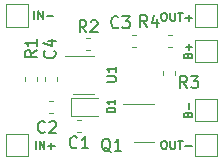
<source format=gbr>
%TF.GenerationSoftware,KiCad,Pcbnew,(5.1.6)-1*%
%TF.CreationDate,2020-09-04T02:35:42-05:00*%
%TF.ProjectId,cargadorDeBateriasLitIon,63617267-6164-46f7-9244-654261746572,rev?*%
%TF.SameCoordinates,Original*%
%TF.FileFunction,Legend,Top*%
%TF.FilePolarity,Positive*%
%FSLAX46Y46*%
G04 Gerber Fmt 4.6, Leading zero omitted, Abs format (unit mm)*
G04 Created by KiCad (PCBNEW (5.1.6)-1) date 2020-09-04 02:35:42*
%MOMM*%
%LPD*%
G01*
G04 APERTURE LIST*
%ADD10C,0.150000*%
%ADD11C,0.120000*%
G04 APERTURE END LIST*
D10*
X141950000Y-103326666D02*
X141950000Y-102626666D01*
X142283333Y-103326666D02*
X142283333Y-102626666D01*
X142683333Y-103326666D01*
X142683333Y-102626666D01*
X143016666Y-103060000D02*
X143550000Y-103060000D01*
X142060000Y-114346666D02*
X142060000Y-113646666D01*
X142393333Y-114346666D02*
X142393333Y-113646666D01*
X142793333Y-114346666D01*
X142793333Y-113646666D01*
X143126666Y-114080000D02*
X143660000Y-114080000D01*
X143393333Y-114346666D02*
X143393333Y-113813333D01*
X152866666Y-113616666D02*
X153000000Y-113616666D01*
X153066666Y-113650000D01*
X153133333Y-113716666D01*
X153166666Y-113850000D01*
X153166666Y-114083333D01*
X153133333Y-114216666D01*
X153066666Y-114283333D01*
X153000000Y-114316666D01*
X152866666Y-114316666D01*
X152800000Y-114283333D01*
X152733333Y-114216666D01*
X152700000Y-114083333D01*
X152700000Y-113850000D01*
X152733333Y-113716666D01*
X152800000Y-113650000D01*
X152866666Y-113616666D01*
X153466666Y-113616666D02*
X153466666Y-114183333D01*
X153500000Y-114250000D01*
X153533333Y-114283333D01*
X153600000Y-114316666D01*
X153733333Y-114316666D01*
X153800000Y-114283333D01*
X153833333Y-114250000D01*
X153866666Y-114183333D01*
X153866666Y-113616666D01*
X154100000Y-113616666D02*
X154500000Y-113616666D01*
X154300000Y-114316666D02*
X154300000Y-113616666D01*
X154733333Y-114050000D02*
X155266666Y-114050000D01*
X154950000Y-111413333D02*
X154983333Y-111313333D01*
X155016666Y-111280000D01*
X155083333Y-111246666D01*
X155183333Y-111246666D01*
X155250000Y-111280000D01*
X155283333Y-111313333D01*
X155316666Y-111380000D01*
X155316666Y-111646666D01*
X154616666Y-111646666D01*
X154616666Y-111413333D01*
X154650000Y-111346666D01*
X154683333Y-111313333D01*
X154750000Y-111280000D01*
X154816666Y-111280000D01*
X154883333Y-111313333D01*
X154916666Y-111346666D01*
X154950000Y-111413333D01*
X154950000Y-111646666D01*
X155050000Y-110946666D02*
X155050000Y-110413333D01*
X152866666Y-102766666D02*
X153000000Y-102766666D01*
X153066666Y-102800000D01*
X153133333Y-102866666D01*
X153166666Y-103000000D01*
X153166666Y-103233333D01*
X153133333Y-103366666D01*
X153066666Y-103433333D01*
X153000000Y-103466666D01*
X152866666Y-103466666D01*
X152800000Y-103433333D01*
X152733333Y-103366666D01*
X152700000Y-103233333D01*
X152700000Y-103000000D01*
X152733333Y-102866666D01*
X152800000Y-102800000D01*
X152866666Y-102766666D01*
X153466666Y-102766666D02*
X153466666Y-103333333D01*
X153500000Y-103400000D01*
X153533333Y-103433333D01*
X153600000Y-103466666D01*
X153733333Y-103466666D01*
X153800000Y-103433333D01*
X153833333Y-103400000D01*
X153866666Y-103333333D01*
X153866666Y-102766666D01*
X154100000Y-102766666D02*
X154500000Y-102766666D01*
X154300000Y-103466666D02*
X154300000Y-102766666D01*
X154733333Y-103200000D02*
X155266666Y-103200000D01*
X155000000Y-103466666D02*
X155000000Y-102933333D01*
X154950000Y-106403333D02*
X154983333Y-106303333D01*
X155016666Y-106270000D01*
X155083333Y-106236666D01*
X155183333Y-106236666D01*
X155250000Y-106270000D01*
X155283333Y-106303333D01*
X155316666Y-106370000D01*
X155316666Y-106636666D01*
X154616666Y-106636666D01*
X154616666Y-106403333D01*
X154650000Y-106336666D01*
X154683333Y-106303333D01*
X154750000Y-106270000D01*
X154816666Y-106270000D01*
X154883333Y-106303333D01*
X154916666Y-106336666D01*
X154950000Y-106403333D01*
X154950000Y-106636666D01*
X155050000Y-105936666D02*
X155050000Y-105403333D01*
X155316666Y-105670000D02*
X154783333Y-105670000D01*
D11*
%TO.C,J5*%
X155550000Y-111950000D02*
X155550000Y-110050000D01*
X157450000Y-111950000D02*
X155550000Y-111950000D01*
X157450000Y-110050000D02*
X157450000Y-111950000D01*
X155550000Y-110050000D02*
X157450000Y-110050000D01*
%TO.C,Q1*%
X152070000Y-113690000D02*
X150370000Y-113690000D01*
X152070000Y-110490000D02*
X149470000Y-110490000D01*
%TO.C,J6*%
X155550000Y-114950000D02*
X155550000Y-113050000D01*
X157450000Y-114950000D02*
X155550000Y-114950000D01*
X157450000Y-113050000D02*
X157450000Y-114950000D01*
X155550000Y-113050000D02*
X157450000Y-113050000D01*
%TO.C,J4*%
X155550000Y-103950000D02*
X155550000Y-102050000D01*
X157450000Y-103950000D02*
X155550000Y-103950000D01*
X157450000Y-102050000D02*
X157450000Y-103950000D01*
X155550000Y-102050000D02*
X157450000Y-102050000D01*
%TO.C,J3*%
X155550000Y-106950000D02*
X155550000Y-105050000D01*
X157450000Y-106950000D02*
X155550000Y-106950000D01*
X157450000Y-105050000D02*
X157450000Y-106950000D01*
X155550000Y-105050000D02*
X157450000Y-105050000D01*
%TO.C,J2*%
X139550000Y-103950000D02*
X139550000Y-102050000D01*
X141450000Y-103950000D02*
X139550000Y-103950000D01*
X141450000Y-102050000D02*
X141450000Y-103950000D01*
X139550000Y-102050000D02*
X141450000Y-102050000D01*
%TO.C,J1*%
X139550000Y-114950000D02*
X139550000Y-113050000D01*
X141450000Y-114950000D02*
X139550000Y-114950000D01*
X141450000Y-113050000D02*
X141450000Y-114950000D01*
X139550000Y-113050000D02*
X141450000Y-113050000D01*
%TO.C,U1*%
X145220000Y-109680000D02*
X147020000Y-109680000D01*
X147020000Y-106460000D02*
X144570000Y-106460000D01*
%TO.C,R4*%
X153287221Y-104670000D02*
X153612779Y-104670000D01*
X153287221Y-105690000D02*
X153612779Y-105690000D01*
%TO.C,R3*%
X152830000Y-108072779D02*
X152830000Y-107747221D01*
X153850000Y-108072779D02*
X153850000Y-107747221D01*
%TO.C,R2*%
X146357221Y-104900000D02*
X146682779Y-104900000D01*
X146357221Y-105920000D02*
X146682779Y-105920000D01*
%TO.C,R1*%
X142140000Y-108247221D02*
X142140000Y-108572779D01*
X141120000Y-108247221D02*
X141120000Y-108572779D01*
%TO.C,D1*%
X147340000Y-110015000D02*
X145055000Y-110015000D01*
X145055000Y-110015000D02*
X145055000Y-111485000D01*
X145055000Y-111485000D02*
X147340000Y-111485000D01*
%TO.C,C4*%
X142810000Y-108572779D02*
X142810000Y-108247221D01*
X143830000Y-108572779D02*
X143830000Y-108247221D01*
%TO.C,C3*%
X150522779Y-105690000D02*
X150197221Y-105690000D01*
X150522779Y-104670000D02*
X150197221Y-104670000D01*
%TO.C,C2*%
X143167221Y-110280000D02*
X143492779Y-110280000D01*
X143167221Y-111300000D02*
X143492779Y-111300000D01*
%TO.C,C1*%
X145892779Y-112880000D02*
X145567221Y-112880000D01*
X145892779Y-111860000D02*
X145567221Y-111860000D01*
%TO.C,Q1*%
D10*
X148404761Y-114547619D02*
X148309523Y-114500000D01*
X148214285Y-114404761D01*
X148071428Y-114261904D01*
X147976190Y-114214285D01*
X147880952Y-114214285D01*
X147928571Y-114452380D02*
X147833333Y-114404761D01*
X147738095Y-114309523D01*
X147690476Y-114119047D01*
X147690476Y-113785714D01*
X147738095Y-113595238D01*
X147833333Y-113500000D01*
X147928571Y-113452380D01*
X148119047Y-113452380D01*
X148214285Y-113500000D01*
X148309523Y-113595238D01*
X148357142Y-113785714D01*
X148357142Y-114119047D01*
X148309523Y-114309523D01*
X148214285Y-114404761D01*
X148119047Y-114452380D01*
X147928571Y-114452380D01*
X149309523Y-114452380D02*
X148738095Y-114452380D01*
X149023809Y-114452380D02*
X149023809Y-113452380D01*
X148928571Y-113595238D01*
X148833333Y-113690476D01*
X148738095Y-113738095D01*
%TO.C,U1*%
X148061904Y-108609523D02*
X148709523Y-108609523D01*
X148785714Y-108571428D01*
X148823809Y-108533333D01*
X148861904Y-108457142D01*
X148861904Y-108304761D01*
X148823809Y-108228571D01*
X148785714Y-108190476D01*
X148709523Y-108152380D01*
X148061904Y-108152380D01*
X148861904Y-107352380D02*
X148861904Y-107809523D01*
X148861904Y-107580952D02*
X148061904Y-107580952D01*
X148176190Y-107657142D01*
X148252380Y-107733333D01*
X148290476Y-107809523D01*
%TO.C,R4*%
X151493333Y-103992380D02*
X151160000Y-103516190D01*
X150921904Y-103992380D02*
X150921904Y-102992380D01*
X151302857Y-102992380D01*
X151398095Y-103040000D01*
X151445714Y-103087619D01*
X151493333Y-103182857D01*
X151493333Y-103325714D01*
X151445714Y-103420952D01*
X151398095Y-103468571D01*
X151302857Y-103516190D01*
X150921904Y-103516190D01*
X152350476Y-103325714D02*
X152350476Y-103992380D01*
X152112380Y-102944761D02*
X151874285Y-103659047D01*
X152493333Y-103659047D01*
%TO.C,R3*%
X154863333Y-109142380D02*
X154530000Y-108666190D01*
X154291904Y-109142380D02*
X154291904Y-108142380D01*
X154672857Y-108142380D01*
X154768095Y-108190000D01*
X154815714Y-108237619D01*
X154863333Y-108332857D01*
X154863333Y-108475714D01*
X154815714Y-108570952D01*
X154768095Y-108618571D01*
X154672857Y-108666190D01*
X154291904Y-108666190D01*
X155196666Y-108142380D02*
X155815714Y-108142380D01*
X155482380Y-108523333D01*
X155625238Y-108523333D01*
X155720476Y-108570952D01*
X155768095Y-108618571D01*
X155815714Y-108713809D01*
X155815714Y-108951904D01*
X155768095Y-109047142D01*
X155720476Y-109094761D01*
X155625238Y-109142380D01*
X155339523Y-109142380D01*
X155244285Y-109094761D01*
X155196666Y-109047142D01*
%TO.C,R2*%
X146353333Y-104432380D02*
X146020000Y-103956190D01*
X145781904Y-104432380D02*
X145781904Y-103432380D01*
X146162857Y-103432380D01*
X146258095Y-103480000D01*
X146305714Y-103527619D01*
X146353333Y-103622857D01*
X146353333Y-103765714D01*
X146305714Y-103860952D01*
X146258095Y-103908571D01*
X146162857Y-103956190D01*
X145781904Y-103956190D01*
X146734285Y-103527619D02*
X146781904Y-103480000D01*
X146877142Y-103432380D01*
X147115238Y-103432380D01*
X147210476Y-103480000D01*
X147258095Y-103527619D01*
X147305714Y-103622857D01*
X147305714Y-103718095D01*
X147258095Y-103860952D01*
X146686666Y-104432380D01*
X147305714Y-104432380D01*
%TO.C,R1*%
X142142380Y-105976666D02*
X141666190Y-106310000D01*
X142142380Y-106548095D02*
X141142380Y-106548095D01*
X141142380Y-106167142D01*
X141190000Y-106071904D01*
X141237619Y-106024285D01*
X141332857Y-105976666D01*
X141475714Y-105976666D01*
X141570952Y-106024285D01*
X141618571Y-106071904D01*
X141666190Y-106167142D01*
X141666190Y-106548095D01*
X142142380Y-105024285D02*
X142142380Y-105595714D01*
X142142380Y-105310000D02*
X141142380Y-105310000D01*
X141285238Y-105405238D01*
X141380476Y-105500476D01*
X141428095Y-105595714D01*
%TO.C,D1*%
X148776666Y-111216666D02*
X148076666Y-111216666D01*
X148076666Y-111050000D01*
X148110000Y-110950000D01*
X148176666Y-110883333D01*
X148243333Y-110850000D01*
X148376666Y-110816666D01*
X148476666Y-110816666D01*
X148610000Y-110850000D01*
X148676666Y-110883333D01*
X148743333Y-110950000D01*
X148776666Y-111050000D01*
X148776666Y-111216666D01*
X148776666Y-110150000D02*
X148776666Y-110550000D01*
X148776666Y-110350000D02*
X148076666Y-110350000D01*
X148176666Y-110416666D01*
X148243333Y-110483333D01*
X148276666Y-110550000D01*
%TO.C,C4*%
X143647142Y-106006666D02*
X143694761Y-106054285D01*
X143742380Y-106197142D01*
X143742380Y-106292380D01*
X143694761Y-106435238D01*
X143599523Y-106530476D01*
X143504285Y-106578095D01*
X143313809Y-106625714D01*
X143170952Y-106625714D01*
X142980476Y-106578095D01*
X142885238Y-106530476D01*
X142790000Y-106435238D01*
X142742380Y-106292380D01*
X142742380Y-106197142D01*
X142790000Y-106054285D01*
X142837619Y-106006666D01*
X143075714Y-105149523D02*
X143742380Y-105149523D01*
X142694761Y-105387619D02*
X143409047Y-105625714D01*
X143409047Y-105006666D01*
%TO.C,C3*%
X149063333Y-103987142D02*
X149015714Y-104034761D01*
X148872857Y-104082380D01*
X148777619Y-104082380D01*
X148634761Y-104034761D01*
X148539523Y-103939523D01*
X148491904Y-103844285D01*
X148444285Y-103653809D01*
X148444285Y-103510952D01*
X148491904Y-103320476D01*
X148539523Y-103225238D01*
X148634761Y-103130000D01*
X148777619Y-103082380D01*
X148872857Y-103082380D01*
X149015714Y-103130000D01*
X149063333Y-103177619D01*
X149396666Y-103082380D02*
X150015714Y-103082380D01*
X149682380Y-103463333D01*
X149825238Y-103463333D01*
X149920476Y-103510952D01*
X149968095Y-103558571D01*
X150015714Y-103653809D01*
X150015714Y-103891904D01*
X149968095Y-103987142D01*
X149920476Y-104034761D01*
X149825238Y-104082380D01*
X149539523Y-104082380D01*
X149444285Y-104034761D01*
X149396666Y-103987142D01*
%TO.C,C2*%
X142833333Y-112857142D02*
X142785714Y-112904761D01*
X142642857Y-112952380D01*
X142547619Y-112952380D01*
X142404761Y-112904761D01*
X142309523Y-112809523D01*
X142261904Y-112714285D01*
X142214285Y-112523809D01*
X142214285Y-112380952D01*
X142261904Y-112190476D01*
X142309523Y-112095238D01*
X142404761Y-112000000D01*
X142547619Y-111952380D01*
X142642857Y-111952380D01*
X142785714Y-112000000D01*
X142833333Y-112047619D01*
X143214285Y-112047619D02*
X143261904Y-112000000D01*
X143357142Y-111952380D01*
X143595238Y-111952380D01*
X143690476Y-112000000D01*
X143738095Y-112047619D01*
X143785714Y-112142857D01*
X143785714Y-112238095D01*
X143738095Y-112380952D01*
X143166666Y-112952380D01*
X143785714Y-112952380D01*
%TO.C,C1*%
X145563333Y-114157142D02*
X145515714Y-114204761D01*
X145372857Y-114252380D01*
X145277619Y-114252380D01*
X145134761Y-114204761D01*
X145039523Y-114109523D01*
X144991904Y-114014285D01*
X144944285Y-113823809D01*
X144944285Y-113680952D01*
X144991904Y-113490476D01*
X145039523Y-113395238D01*
X145134761Y-113300000D01*
X145277619Y-113252380D01*
X145372857Y-113252380D01*
X145515714Y-113300000D01*
X145563333Y-113347619D01*
X146515714Y-114252380D02*
X145944285Y-114252380D01*
X146230000Y-114252380D02*
X146230000Y-113252380D01*
X146134761Y-113395238D01*
X146039523Y-113490476D01*
X145944285Y-113538095D01*
%TD*%
M02*

</source>
